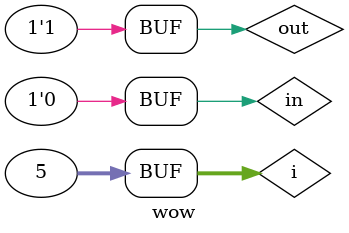
<source format=v>
module wow();
    wire out;
    reg in;
    not #3 n0(out, in);
    integer i;
    initial begin
        $display("time / in out");
        $monitor("%4d  / %b  %b", $time, in, out);
        for(i=0; i<5; i=i+1) begin
            $display("--------------------");
            in <= i; // high bits will be truncated
            #10;
        end
    end
endmodule
</source>
